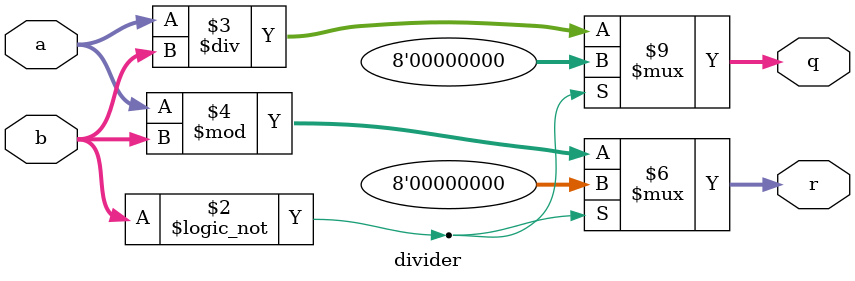
<source format=sv>
`timescale 1ns / 1ps

module divider(
    input logic [7:0] a, // dividend
    input logic [7:0] b, // divisor
    output logic [7:0] q, // quotient
    output logic [7:0] r // remainder
    );

always_comb begin
    if (b == 8'b0) begin
        q = 8'b0;
        r = 8'b0;
    end else begin
        q = a / b;
        r = a % b;
    end
end

//always_comb begin
//    q = 8'b0;
//    r = a;
//    case (b)
//        8'd1: q = a;
//        8'd2: begin q = a >> 1; r = a[0]; end
//        8'd4: begin q = a >> 2; r = a[1:0]; end
//        default: begin q = a / b; r = a % b; end
//    endcase;
//end

//logic [7:0] temp_a, temp_q;
//always_comb begin
//    temp_a = a;
//    temp_q = 8'b0;
//    r = 8'b0;
//    if (b != 8'b0) begin
//        while (temp_a >= b) begin
//            temp_a = temp_a - b;
//            temp_q = temp_q + 1;
//        end
//        q = temp_q;
//        r = temp_a;
//    end else begin
//        q = 8'b0;
//        r = 8'b0;
//    end
//end

endmodule
</source>
